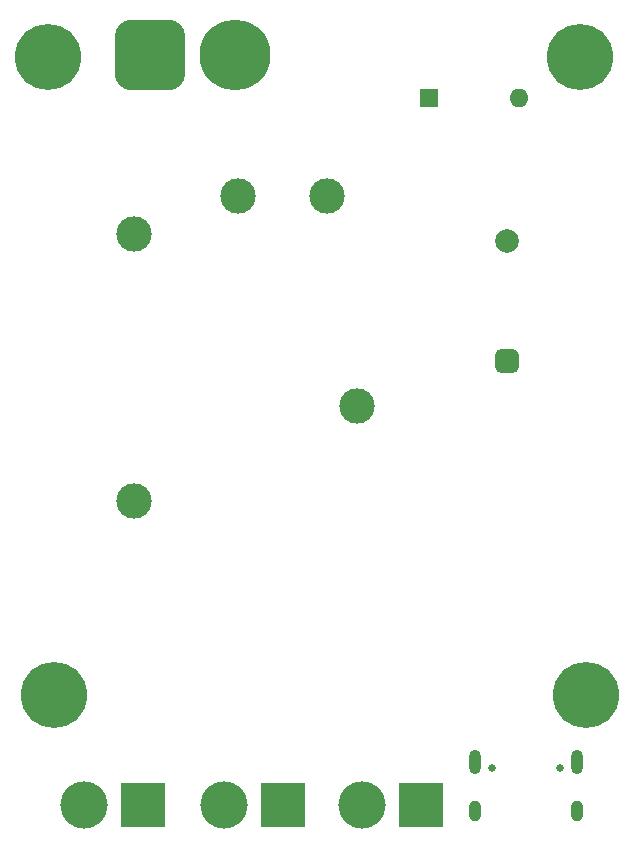
<source format=gbr>
%TF.GenerationSoftware,KiCad,Pcbnew,8.0.5*%
%TF.CreationDate,2024-10-07T09:32:21+08:00*%
%TF.ProjectId,draft-board,64726166-742d-4626-9f61-72642e6b6963,rev?*%
%TF.SameCoordinates,Original*%
%TF.FileFunction,Soldermask,Bot*%
%TF.FilePolarity,Negative*%
%FSLAX46Y46*%
G04 Gerber Fmt 4.6, Leading zero omitted, Abs format (unit mm)*
G04 Created by KiCad (PCBNEW 8.0.5) date 2024-10-07 09:32:21*
%MOMM*%
%LPD*%
G01*
G04 APERTURE LIST*
G04 Aperture macros list*
%AMRoundRect*
0 Rectangle with rounded corners*
0 $1 Rounding radius*
0 $2 $3 $4 $5 $6 $7 $8 $9 X,Y pos of 4 corners*
0 Add a 4 corners polygon primitive as box body*
4,1,4,$2,$3,$4,$5,$6,$7,$8,$9,$2,$3,0*
0 Add four circle primitives for the rounded corners*
1,1,$1+$1,$2,$3*
1,1,$1+$1,$4,$5*
1,1,$1+$1,$6,$7*
1,1,$1+$1,$8,$9*
0 Add four rect primitives between the rounded corners*
20,1,$1+$1,$2,$3,$4,$5,0*
20,1,$1+$1,$4,$5,$6,$7,0*
20,1,$1+$1,$6,$7,$8,$9,0*
20,1,$1+$1,$8,$9,$2,$3,0*%
G04 Aperture macros list end*
%ADD10C,5.600000*%
%ADD11R,3.800000X3.800000*%
%ADD12C,4.000000*%
%ADD13C,3.000000*%
%ADD14O,1.000000X1.800000*%
%ADD15O,1.000000X2.100000*%
%ADD16C,0.650000*%
%ADD17RoundRect,0.500000X-0.500000X-0.500000X0.500000X-0.500000X0.500000X0.500000X-0.500000X0.500000X0*%
%ADD18C,2.000000*%
%ADD19RoundRect,1.500000X-1.500000X-1.500000X1.500000X-1.500000X1.500000X1.500000X-1.500000X1.500000X0*%
%ADD20C,6.000000*%
%ADD21R,1.600000X1.600000*%
%ADD22O,1.600000X1.600000*%
G04 APERTURE END LIST*
D10*
%TO.C,H1*%
X150000000Y-109000000D03*
%TD*%
D11*
%TO.C,J2*%
X124369200Y-118364000D03*
D12*
X119369200Y-118364000D03*
%TD*%
D13*
%TO.C,F1*%
X111734600Y-92633800D03*
X111734600Y-70033800D03*
%TD*%
D10*
%TO.C,H2*%
X149500000Y-55000000D03*
%TD*%
D14*
%TO.C,J6*%
X149252400Y-118880200D03*
D15*
X149252400Y-114700200D03*
D14*
X140612400Y-118880200D03*
D15*
X140612400Y-114700200D03*
D16*
X147822400Y-115200200D03*
X142042400Y-115200200D03*
%TD*%
D13*
%TO.C,K1*%
X130683000Y-84582000D03*
X120543000Y-66782000D03*
X128143000Y-66782000D03*
D17*
X143343000Y-80782000D03*
D18*
X143343000Y-70582000D03*
%TD*%
D10*
%TO.C,H4*%
X104500000Y-55000000D03*
%TD*%
D11*
%TO.C,J3*%
X112522000Y-118364000D03*
D12*
X107522000Y-118364000D03*
%TD*%
D19*
%TO.C,J1*%
X113106200Y-54864000D03*
D20*
X120306200Y-54864000D03*
%TD*%
D10*
%TO.C,H3*%
X105000000Y-109000000D03*
%TD*%
D11*
%TO.C,J5*%
X136104000Y-118364000D03*
D12*
X131104000Y-118364000D03*
%TD*%
D21*
%TO.C,SW1*%
X136775000Y-58521600D03*
D22*
X144395000Y-58521600D03*
%TD*%
M02*

</source>
